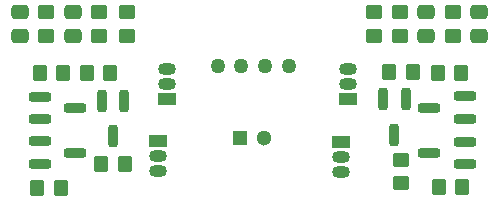
<source format=gts>
G04 #@! TF.GenerationSoftware,KiCad,Pcbnew,9.0.4*
G04 #@! TF.CreationDate,2025-08-24T17:21:23+02:00*
G04 #@! TF.ProjectId,npn-pnp-h-bridge,6e706e2d-706e-4702-9d68-2d6272696467,rev?*
G04 #@! TF.SameCoordinates,Original*
G04 #@! TF.FileFunction,Soldermask,Top*
G04 #@! TF.FilePolarity,Negative*
%FSLAX46Y46*%
G04 Gerber Fmt 4.6, Leading zero omitted, Abs format (unit mm)*
G04 Created by KiCad (PCBNEW 9.0.4) date 2025-08-24 17:21:23*
%MOMM*%
%LPD*%
G01*
G04 APERTURE LIST*
G04 Aperture macros list*
%AMRoundRect*
0 Rectangle with rounded corners*
0 $1 Rounding radius*
0 $2 $3 $4 $5 $6 $7 $8 $9 X,Y pos of 4 corners*
0 Add a 4 corners polygon primitive as box body*
4,1,4,$2,$3,$4,$5,$6,$7,$8,$9,$2,$3,0*
0 Add four circle primitives for the rounded corners*
1,1,$1+$1,$2,$3*
1,1,$1+$1,$4,$5*
1,1,$1+$1,$6,$7*
1,1,$1+$1,$8,$9*
0 Add four rect primitives between the rounded corners*
20,1,$1+$1,$2,$3,$4,$5,0*
20,1,$1+$1,$4,$5,$6,$7,0*
20,1,$1+$1,$6,$7,$8,$9,0*
20,1,$1+$1,$8,$9,$2,$3,0*%
G04 Aperture macros list end*
%ADD10RoundRect,0.250000X-0.475000X0.337500X-0.475000X-0.337500X0.475000X-0.337500X0.475000X0.337500X0*%
%ADD11R,1.500000X1.050000*%
%ADD12O,1.500000X1.050000*%
%ADD13RoundRect,0.250000X-0.350000X-0.450000X0.350000X-0.450000X0.350000X0.450000X-0.350000X0.450000X0*%
%ADD14RoundRect,0.250000X0.350000X0.450000X-0.350000X0.450000X-0.350000X-0.450000X0.350000X-0.450000X0*%
%ADD15R,1.300000X1.300000*%
%ADD16C,1.300000*%
%ADD17RoundRect,0.200000X-0.200000X0.750000X-0.200000X-0.750000X0.200000X-0.750000X0.200000X0.750000X0*%
%ADD18RoundRect,0.250000X-0.450000X0.350000X-0.450000X-0.350000X0.450000X-0.350000X0.450000X0.350000X0*%
%ADD19RoundRect,0.200000X-0.750000X-0.200000X0.750000X-0.200000X0.750000X0.200000X-0.750000X0.200000X0*%
%ADD20RoundRect,0.250000X0.450000X-0.350000X0.450000X0.350000X-0.450000X0.350000X-0.450000X-0.350000X0*%
%ADD21RoundRect,0.200000X0.750000X0.200000X-0.750000X0.200000X-0.750000X-0.200000X0.750000X-0.200000X0*%
%ADD22C,1.270000*%
G04 APERTURE END LIST*
D10*
G04 #@! TO.C,C3*
X185540725Y-90465414D03*
X185540725Y-92540414D03*
G04 #@! TD*
D11*
G04 #@! TO.C,Qr1*
X178950000Y-97908531D03*
D12*
X178950000Y-96638531D03*
X178950000Y-95368531D03*
G04 #@! TD*
D13*
G04 #@! TO.C,R13*
X158000000Y-103400000D03*
X160000000Y-103400000D03*
G04 #@! TD*
G04 #@! TO.C,R12*
X186600000Y-105350000D03*
X188600000Y-105350000D03*
G04 #@! TD*
D14*
G04 #@! TO.C,R7*
X154800000Y-95660000D03*
X152800000Y-95660000D03*
G04 #@! TD*
G04 #@! TO.C,R11*
X154600000Y-105400000D03*
X152600000Y-105400000D03*
G04 #@! TD*
D15*
G04 #@! TO.C,J2*
X169800000Y-101200000D03*
D16*
X171800000Y-101200000D03*
G04 #@! TD*
D10*
G04 #@! TO.C,C4*
X190040725Y-90465414D03*
X190040725Y-92540414D03*
G04 #@! TD*
D17*
G04 #@! TO.C,D5*
X159950000Y-98000000D03*
X158050000Y-98000000D03*
X159000000Y-101000000D03*
G04 #@! TD*
D18*
G04 #@! TO.C,R2*
X157848672Y-90505598D03*
X157848672Y-92505598D03*
G04 #@! TD*
D19*
G04 #@! TO.C,Q1*
X152800000Y-101450000D03*
X152800000Y-103350000D03*
X155800000Y-102400000D03*
G04 #@! TD*
G04 #@! TO.C,Q2*
X152800000Y-97675000D03*
X152800000Y-99575000D03*
X155800000Y-98625000D03*
G04 #@! TD*
D18*
G04 #@! TO.C,R14*
X183400000Y-103000000D03*
X183400000Y-105000000D03*
G04 #@! TD*
D11*
G04 #@! TO.C,Ql1*
X163592127Y-97897589D03*
D12*
X163592127Y-96627589D03*
X163592127Y-95357589D03*
G04 #@! TD*
D13*
G04 #@! TO.C,R10*
X186502096Y-95658623D03*
X188502096Y-95658623D03*
G04 #@! TD*
D18*
G04 #@! TO.C,R5*
X183340725Y-90532914D03*
X183340725Y-92532914D03*
G04 #@! TD*
D13*
G04 #@! TO.C,R8*
X156800000Y-95660000D03*
X158800000Y-95660000D03*
G04 #@! TD*
D20*
G04 #@! TO.C,R4*
X181100000Y-92532914D03*
X181100000Y-90532914D03*
G04 #@! TD*
D17*
G04 #@! TO.C,D6*
X183796175Y-97908311D03*
X181896175Y-97908311D03*
X182846175Y-100908311D03*
G04 #@! TD*
D18*
G04 #@! TO.C,R6*
X187840725Y-90532914D03*
X187840725Y-92532914D03*
G04 #@! TD*
D10*
G04 #@! TO.C,C2*
X155648672Y-90498098D03*
X155648672Y-92573098D03*
G04 #@! TD*
D21*
G04 #@! TO.C,Q3*
X188800000Y-103400000D03*
X188800000Y-101500000D03*
X185800000Y-102450000D03*
G04 #@! TD*
D22*
G04 #@! TO.C,J1*
X173895099Y-95117400D03*
X171895100Y-95117400D03*
X169895099Y-95117400D03*
X167895101Y-95117400D03*
G04 #@! TD*
D10*
G04 #@! TO.C,C1*
X151182422Y-90498098D03*
X151182422Y-92573098D03*
G04 #@! TD*
D11*
G04 #@! TO.C,Qr2*
X178335548Y-101508531D03*
D12*
X178335548Y-102778531D03*
X178335548Y-104048531D03*
G04 #@! TD*
D11*
G04 #@! TO.C,Ql2*
X162862127Y-101427589D03*
D12*
X162862127Y-102697589D03*
X162862127Y-103967589D03*
G04 #@! TD*
D18*
G04 #@! TO.C,R1*
X153382422Y-90505598D03*
X153382422Y-92505598D03*
G04 #@! TD*
D21*
G04 #@! TO.C,Q4*
X188800000Y-99550000D03*
X188800000Y-97650000D03*
X185800000Y-98600000D03*
G04 #@! TD*
D20*
G04 #@! TO.C,R3*
X160200000Y-92535598D03*
X160200000Y-90535598D03*
G04 #@! TD*
D13*
G04 #@! TO.C,R9*
X182400000Y-95600000D03*
X184400000Y-95600000D03*
G04 #@! TD*
M02*

</source>
